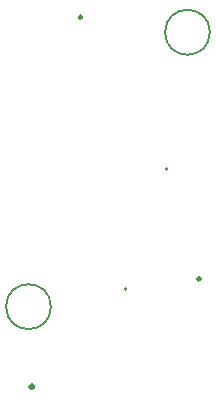
<source format=gbr>
%TF.GenerationSoftware,KiCad,Pcbnew,8.0.0*%
%TF.CreationDate,2024-10-09T20:58:18-07:00*%
%TF.ProjectId,LEO,4c454f2e-6b69-4636-9164-5f7063625858,rev?*%
%TF.SameCoordinates,Original*%
%TF.FileFunction,Other,Comment*%
%FSLAX46Y46*%
G04 Gerber Fmt 4.6, Leading zero omitted, Abs format (unit mm)*
G04 Created by KiCad (PCBNEW 8.0.0) date 2024-10-09 20:58:18*
%MOMM*%
%LPD*%
G01*
G04 APERTURE LIST*
%ADD10C,0.150000*%
%ADD11C,0.200000*%
%ADD12C,0.250000*%
%ADD13C,0.300000*%
G04 APERTURE END LIST*
D10*
%TO.C,H1*%
X17731400Y37763800D02*
G75*
G02*
X13931400Y37763800I-1900000J0D01*
G01*
X13931400Y37763800D02*
G75*
G02*
X17731400Y37763800I1900000J0D01*
G01*
%TO.C,H2*%
X4269400Y14527100D02*
G75*
G02*
X469400Y14527100I-1900000J0D01*
G01*
X469400Y14527100D02*
G75*
G02*
X4269400Y14527100I1900000J0D01*
G01*
D11*
%TO.C,X2*%
X10693400Y16029400D02*
G75*
G02*
X10493400Y16029400I-100000J0D01*
G01*
X10493400Y16029400D02*
G75*
G02*
X10693400Y16029400I100000J0D01*
G01*
D12*
%TO.C,U2*%
X16934300Y16894000D02*
G75*
G02*
X16674300Y16894000I-130000J0D01*
G01*
X16674300Y16894000D02*
G75*
G02*
X16934300Y16894000I130000J0D01*
G01*
%TO.C,U5*%
X6890200Y39030400D02*
G75*
G02*
X6650200Y39030400I-120000J0D01*
G01*
X6650200Y39030400D02*
G75*
G02*
X6890200Y39030400I120000J0D01*
G01*
D13*
%TO.C,U6*%
X2806400Y7735600D02*
G75*
G02*
X2506400Y7735600I-150000J0D01*
G01*
X2506400Y7735600D02*
G75*
G02*
X2806400Y7735600I150000J0D01*
G01*
D10*
%TO.C,U4*%
X14128800Y26193400D02*
G75*
G02*
X13988800Y26193400I-70000J0D01*
G01*
X13988800Y26193400D02*
G75*
G02*
X14128800Y26193400I70000J0D01*
G01*
%TD*%
M02*

</source>
